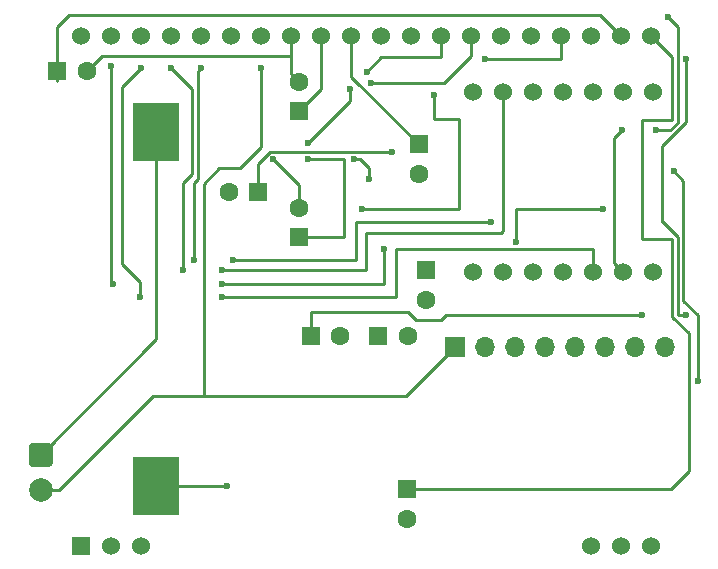
<source format=gbr>
G04 #@! TF.GenerationSoftware,KiCad,Pcbnew,(5.1.9-0-10_14)*
G04 #@! TF.CreationDate,2022-07-17T12:53:42+02:00*
G04 #@! TF.ProjectId,sandsim,73616e64-7369-46d2-9e6b-696361645f70,rev?*
G04 #@! TF.SameCoordinates,Original*
G04 #@! TF.FileFunction,Copper,L1,Top*
G04 #@! TF.FilePolarity,Positive*
%FSLAX46Y46*%
G04 Gerber Fmt 4.6, Leading zero omitted, Abs format (unit mm)*
G04 Created by KiCad (PCBNEW (5.1.9-0-10_14)) date 2022-07-17 12:53:42*
%MOMM*%
%LPD*%
G01*
G04 APERTURE LIST*
G04 #@! TA.AperFunction,ComponentPad*
%ADD10C,2.000000*%
G04 #@! TD*
G04 #@! TA.AperFunction,ComponentPad*
%ADD11C,1.600000*%
G04 #@! TD*
G04 #@! TA.AperFunction,ComponentPad*
%ADD12R,1.600000X1.600000*%
G04 #@! TD*
G04 #@! TA.AperFunction,ComponentPad*
%ADD13C,1.524000*%
G04 #@! TD*
G04 #@! TA.AperFunction,ComponentPad*
%ADD14O,1.700000X1.700000*%
G04 #@! TD*
G04 #@! TA.AperFunction,ComponentPad*
%ADD15R,1.700000X1.700000*%
G04 #@! TD*
G04 #@! TA.AperFunction,ComponentPad*
%ADD16R,1.524000X1.524000*%
G04 #@! TD*
G04 #@! TA.AperFunction,ComponentPad*
%ADD17R,4.000000X5.000000*%
G04 #@! TD*
G04 #@! TA.AperFunction,ViaPad*
%ADD18C,0.600000*%
G04 #@! TD*
G04 #@! TA.AperFunction,Conductor*
%ADD19C,0.250000*%
G04 #@! TD*
G04 APERTURE END LIST*
D10*
G04 #@! TO.P,SW1,2*
G04 #@! TO.N,Net-(SW1-Pad2)*
X52451000Y-91957000D03*
G04 #@! TO.P,SW1,1*
G04 #@! TO.N,Net-(BT1-Pad1)*
G04 #@! TA.AperFunction,ComponentPad*
G36*
G01*
X51701000Y-88027000D02*
X53201000Y-88027000D01*
G75*
G02*
X53451000Y-88277000I0J-250000D01*
G01*
X53451000Y-89777000D01*
G75*
G02*
X53201000Y-90027000I-250000J0D01*
G01*
X51701000Y-90027000D01*
G75*
G02*
X51451000Y-89777000I0J250000D01*
G01*
X51451000Y-88277000D01*
G75*
G02*
X51701000Y-88027000I250000J0D01*
G01*
G37*
G04 #@! TD.AperFunction*
G04 #@! TD*
D11*
G04 #@! TO.P,C9,2*
G04 #@! TO.N,Net-(C9-Pad2)*
X74295000Y-68112000D03*
D12*
G04 #@! TO.P,C9,1*
G04 #@! TO.N,Net-(C9-Pad1)*
X74295000Y-70612000D03*
G04 #@! TD*
D11*
G04 #@! TO.P,C8,2*
G04 #@! TO.N,Net-(C7-Pad2)*
X68366000Y-66802000D03*
D12*
G04 #@! TO.P,C8,1*
G04 #@! TO.N,Net-(C8-Pad1)*
X70866000Y-66802000D03*
G04 #@! TD*
D11*
G04 #@! TO.P,C7,2*
G04 #@! TO.N,Net-(C7-Pad2)*
X84455000Y-65238000D03*
D12*
G04 #@! TO.P,C7,1*
G04 #@! TO.N,Net-(C7-Pad1)*
X84455000Y-62738000D03*
G04 #@! TD*
D11*
G04 #@! TO.P,C6,2*
G04 #@! TO.N,Net-(BT1-Pad2)*
X83439000Y-94448000D03*
D12*
G04 #@! TO.P,C6,1*
G04 #@! TO.N,Net-(C6-Pad1)*
X83439000Y-91948000D03*
G04 #@! TD*
D11*
G04 #@! TO.P,C5,2*
G04 #@! TO.N,Net-(BT1-Pad2)*
X56348000Y-56515000D03*
D12*
G04 #@! TO.P,C5,1*
G04 #@! TO.N,Net-(C5-Pad1)*
X53848000Y-56515000D03*
G04 #@! TD*
D11*
G04 #@! TO.P,C4,2*
G04 #@! TO.N,Net-(BT1-Pad2)*
X77811000Y-78994000D03*
D12*
G04 #@! TO.P,C4,1*
G04 #@! TO.N,Net-(C4-Pad1)*
X75311000Y-78994000D03*
G04 #@! TD*
D11*
G04 #@! TO.P,C3,2*
G04 #@! TO.N,Net-(BT1-Pad2)*
X83526000Y-78994000D03*
D12*
G04 #@! TO.P,C3,1*
G04 #@! TO.N,Net-(C3-Pad1)*
X81026000Y-78994000D03*
G04 #@! TD*
D11*
G04 #@! TO.P,C2,2*
G04 #@! TO.N,Net-(BT1-Pad2)*
X85090000Y-75906000D03*
D12*
G04 #@! TO.P,C2,1*
G04 #@! TO.N,Net-(C2-Pad1)*
X85090000Y-73406000D03*
G04 #@! TD*
D11*
G04 #@! TO.P,C1,2*
G04 #@! TO.N,Net-(BT1-Pad2)*
X74295000Y-57444000D03*
D12*
G04 #@! TO.P,C1,1*
G04 #@! TO.N,Net-(C1-Pad1)*
X74295000Y-59944000D03*
G04 #@! TD*
D13*
G04 #@! TO.P,U1,1*
G04 #@! TO.N,Net-(U1-Pad1)*
X104267000Y-73533000D03*
G04 #@! TO.P,U1,2*
G04 #@! TO.N,Net-(U1-Pad2)*
X101727000Y-73533000D03*
G04 #@! TO.P,U1,3*
G04 #@! TO.N,Net-(U1-Pad3)*
X99187000Y-73533000D03*
G04 #@! TO.P,U1,4*
G04 #@! TO.N,Net-(U1-Pad4)*
X96647000Y-73533000D03*
G04 #@! TO.P,U1,5*
G04 #@! TO.N,Net-(U1-Pad5)*
X94107000Y-73533000D03*
G04 #@! TO.P,U1,6*
G04 #@! TO.N,Net-(U1-Pad6)*
X91567000Y-73533000D03*
G04 #@! TO.P,U1,7*
G04 #@! TO.N,Net-(U1-Pad7)*
X89027000Y-73533000D03*
G04 #@! TO.P,U1,8*
G04 #@! TO.N,Net-(U1-Pad8)*
X89027000Y-58293000D03*
G04 #@! TO.P,U1,9*
G04 #@! TO.N,Net-(U1-Pad9)*
X91567000Y-58293000D03*
G04 #@! TO.P,U1,10*
G04 #@! TO.N,Net-(U1-Pad10)*
X94107000Y-58293000D03*
G04 #@! TO.P,U1,11*
G04 #@! TO.N,Net-(U1-Pad11)*
X96647000Y-58293000D03*
G04 #@! TO.P,U1,12*
G04 #@! TO.N,Net-(SW1-Pad2)*
X99187000Y-58293000D03*
G04 #@! TO.P,U1,13*
G04 #@! TO.N,Net-(BT1-Pad2)*
X101727000Y-58293000D03*
G04 #@! TO.P,U1,14*
G04 #@! TO.N,Net-(U1-Pad14)*
X104267000Y-58293000D03*
G04 #@! TD*
D14*
G04 #@! TO.P,U3,8*
G04 #@! TO.N,Net-(U3-Pad8)*
X105283000Y-79883000D03*
G04 #@! TO.P,U3,7*
G04 #@! TO.N,Net-(U3-Pad7)*
X102743000Y-79883000D03*
G04 #@! TO.P,U3,6*
G04 #@! TO.N,Net-(U3-Pad6)*
X100203000Y-79883000D03*
G04 #@! TO.P,U3,5*
G04 #@! TO.N,Net-(U3-Pad5)*
X97663000Y-79883000D03*
G04 #@! TO.P,U3,4*
G04 #@! TO.N,Net-(U1-Pad5)*
X95123000Y-79883000D03*
G04 #@! TO.P,U3,3*
G04 #@! TO.N,Net-(U1-Pad6)*
X92583000Y-79883000D03*
G04 #@! TO.P,U3,2*
G04 #@! TO.N,Net-(BT1-Pad2)*
X90043000Y-79883000D03*
D15*
G04 #@! TO.P,U3,1*
G04 #@! TO.N,Net-(SW1-Pad2)*
X87503000Y-79883000D03*
G04 #@! TD*
D13*
G04 #@! TO.P,U2,40*
G04 #@! TO.N,Net-(U1-Pad2)*
X55880000Y-53594000D03*
G04 #@! TO.P,U2,39*
G04 #@! TO.N,Net-(U1-Pad4)*
X58420000Y-53594000D03*
G04 #@! TO.P,U2,38*
G04 #@! TO.N,Net-(U1-Pad3)*
X60960000Y-53594000D03*
G04 #@! TO.P,U2,37*
G04 #@! TO.N,Net-(U1-Pad9)*
X63500000Y-53594000D03*
G04 #@! TO.P,U2,36*
G04 #@! TO.N,Net-(U1-Pad11)*
X66040000Y-53594000D03*
G04 #@! TO.P,U2,35*
G04 #@! TO.N,Net-(SW1-Pad2)*
X68580000Y-53594000D03*
G04 #@! TO.P,U2,34*
X71120000Y-53594000D03*
G04 #@! TO.P,U2,33*
G04 #@! TO.N,Net-(BT1-Pad2)*
X73660000Y-53594000D03*
G04 #@! TO.P,U2,32*
G04 #@! TO.N,Net-(C1-Pad1)*
X76200000Y-53594000D03*
G04 #@! TO.P,U2,31*
G04 #@! TO.N,Net-(C7-Pad1)*
X78740000Y-53594000D03*
G04 #@! TO.P,U2,30*
G04 #@! TO.N,Net-(C7-Pad2)*
X81280000Y-53594000D03*
G04 #@! TO.P,U2,29*
G04 #@! TO.N,Net-(C8-Pad1)*
X83820000Y-53594000D03*
G04 #@! TO.P,U2,28*
G04 #@! TO.N,Net-(C9-Pad1)*
X86360000Y-53594000D03*
G04 #@! TO.P,U2,27*
G04 #@! TO.N,Net-(C9-Pad2)*
X88900000Y-53594000D03*
G04 #@! TO.P,U2,26*
G04 #@! TO.N,Net-(BT1-Pad2)*
X91440000Y-53594000D03*
G04 #@! TO.P,U2,25*
G04 #@! TO.N,Net-(C2-Pad1)*
X93980000Y-53594000D03*
G04 #@! TO.P,U2,24*
G04 #@! TO.N,Net-(C3-Pad1)*
X96520000Y-53594000D03*
G04 #@! TO.P,U2,23*
G04 #@! TO.N,Net-(C4-Pad1)*
X99060000Y-53594000D03*
G04 #@! TO.P,U2,22*
G04 #@! TO.N,Net-(C5-Pad1)*
X101600000Y-53594000D03*
G04 #@! TO.P,U2,21*
G04 #@! TO.N,Net-(C6-Pad1)*
X104140000Y-53594000D03*
G04 #@! TO.P,U2,20*
G04 #@! TO.N,N/C*
X104140000Y-96774000D03*
G04 #@! TO.P,U2,19*
X101600000Y-96774000D03*
G04 #@! TO.P,U2,18*
X99060000Y-96774000D03*
G04 #@! TO.P,U2,3*
X60960000Y-96774000D03*
G04 #@! TO.P,U2,2*
X58420000Y-96774000D03*
D16*
G04 #@! TO.P,U2,1*
X55880000Y-96774000D03*
G04 #@! TD*
D17*
G04 #@! TO.P,BT1,1*
G04 #@! TO.N,Net-(BT1-Pad1)*
X62230000Y-61694000D03*
G04 #@! TO.P,BT1,2*
G04 #@! TO.N,Net-(BT1-Pad2)*
X62230000Y-91694000D03*
G04 #@! TD*
D18*
G04 #@! TO.N,Net-(BT1-Pad2)*
X68199000Y-91694000D03*
X80264000Y-65659000D03*
X78994000Y-64008000D03*
G04 #@! TO.N,Net-(C2-Pad1)*
X92710000Y-70993000D03*
X100076000Y-68199000D03*
G04 #@! TO.N,Net-(C3-Pad1)*
X79629000Y-68199000D03*
X85725000Y-58547000D03*
X90043000Y-55499000D03*
G04 #@! TO.N,Net-(C4-Pad1)*
X107049980Y-55487980D03*
X107061000Y-77216000D03*
X103378000Y-77216000D03*
G04 #@! TO.N,Net-(C8-Pad1)*
X82169000Y-63373000D03*
G04 #@! TO.N,Net-(C9-Pad2)*
X80391000Y-57531000D03*
X72136000Y-64008000D03*
G04 #@! TO.N,Net-(C9-Pad1)*
X75057000Y-64008000D03*
X75057000Y-62611000D03*
X80073500Y-56578500D03*
X78613000Y-58039000D03*
G04 #@! TO.N,Net-(SW1-Pad2)*
X71120000Y-56261000D03*
X106045000Y-65024000D03*
X108077000Y-82804000D03*
G04 #@! TO.N,Net-(U1-Pad2)*
X101663500Y-61531500D03*
X104584500Y-61531500D03*
X105537000Y-51943000D03*
G04 #@! TO.N,Net-(U1-Pad3)*
X60960000Y-56261000D03*
X67818000Y-75692000D03*
X60833000Y-75692000D03*
G04 #@! TO.N,Net-(U1-Pad4)*
X58420000Y-56134000D03*
X81534000Y-71628000D03*
X67818000Y-74549000D03*
X58547000Y-74549000D03*
G04 #@! TO.N,Net-(U1-Pad9)*
X63500000Y-56261000D03*
X64516000Y-73406000D03*
X67818000Y-73406000D03*
G04 #@! TO.N,Net-(U1-Pad11)*
X66040000Y-56261000D03*
X65405000Y-72517000D03*
X68707000Y-72517000D03*
X90551000Y-69342000D03*
G04 #@! TD*
D19*
G04 #@! TO.N,Net-(BT1-Pad1)*
X62230000Y-79248000D02*
X52451000Y-89027000D01*
X62230000Y-61694000D02*
X62230000Y-79248000D01*
G04 #@! TO.N,Net-(BT1-Pad2)*
X62230000Y-91694000D02*
X68199000Y-91694000D01*
X68199000Y-91694000D02*
X68199000Y-91694000D01*
X73660000Y-56809000D02*
X74295000Y-57444000D01*
X56348000Y-56515000D02*
X57618000Y-55245000D01*
X57618000Y-55245000D02*
X73660000Y-55245000D01*
X73660000Y-55245000D02*
X73660000Y-56809000D01*
X73660000Y-53594000D02*
X73660000Y-55245000D01*
X80264000Y-65659000D02*
X80264000Y-64770000D01*
X80264000Y-64770000D02*
X79502000Y-64008000D01*
X79502000Y-64008000D02*
X78994000Y-64008000D01*
X78994000Y-64008000D02*
X78994000Y-64008000D01*
G04 #@! TO.N,Net-(C1-Pad1)*
X76200000Y-58039000D02*
X74295000Y-59944000D01*
X76200000Y-53594000D02*
X76200000Y-58039000D01*
G04 #@! TO.N,Net-(C2-Pad1)*
X92710000Y-70993000D02*
X92710000Y-68199000D01*
X92710000Y-68199000D02*
X100076000Y-68199000D01*
X100076000Y-68199000D02*
X100076000Y-68199000D01*
G04 #@! TO.N,Net-(C3-Pad1)*
X79629000Y-68199000D02*
X81788000Y-68199000D01*
X81788000Y-68199000D02*
X87884000Y-68199000D01*
X87884000Y-68199000D02*
X87884000Y-60579000D01*
X87884000Y-60579000D02*
X87630000Y-60579000D01*
X87630000Y-60579000D02*
X85725000Y-60579000D01*
X85725000Y-60579000D02*
X85725000Y-58547000D01*
X85725000Y-58547000D02*
X85725000Y-58547000D01*
X90043000Y-55499000D02*
X96520000Y-55499000D01*
X96520000Y-55499000D02*
X96520000Y-53594000D01*
G04 #@! TO.N,Net-(C4-Pad1)*
X107049980Y-60846840D02*
X105031820Y-62865000D01*
X107049980Y-55487980D02*
X107049980Y-60846840D01*
X105031820Y-62865000D02*
X105031820Y-69339180D01*
X106368010Y-70552600D02*
X106368010Y-77146990D01*
X105154590Y-69339180D02*
X106368010Y-70552600D01*
X105031820Y-69339180D02*
X105154590Y-69339180D01*
X106368010Y-77146990D02*
X106437020Y-77216000D01*
X106437020Y-77216000D02*
X107061000Y-77216000D01*
X107061000Y-77216000D02*
X107061000Y-77216000D01*
X103378000Y-77216000D02*
X86741000Y-77216000D01*
X86741000Y-77216000D02*
X86360000Y-77597000D01*
X86360000Y-77597000D02*
X84201000Y-77597000D01*
X84201000Y-77597000D02*
X83566000Y-76962000D01*
X83566000Y-76962000D02*
X75311000Y-76962000D01*
X75311000Y-76962000D02*
X75311000Y-78994000D01*
G04 #@! TO.N,Net-(C5-Pad1)*
X53848000Y-56515000D02*
X53848000Y-57404000D01*
X53848000Y-56515000D02*
X53848000Y-52832000D01*
X53848000Y-52832000D02*
X54864000Y-51816000D01*
X99822000Y-51816000D02*
X101600000Y-53594000D01*
X54864000Y-51816000D02*
X99822000Y-51816000D01*
G04 #@! TO.N,Net-(C6-Pad1)*
X83439000Y-91948000D02*
X105791000Y-91948000D01*
X105791000Y-91948000D02*
X107315000Y-90424000D01*
X107315000Y-81788000D02*
X107315000Y-82042000D01*
X107315000Y-90424000D02*
X107315000Y-81788000D01*
X107315000Y-78740000D02*
X107315000Y-81788000D01*
X105918000Y-77343000D02*
X107315000Y-78740000D01*
X105918000Y-70739000D02*
X105918000Y-77343000D01*
X105918000Y-60706000D02*
X103378000Y-60706000D01*
X105918000Y-55372000D02*
X105918000Y-60706000D01*
X104140000Y-53594000D02*
X105918000Y-55372000D01*
X103378000Y-60706000D02*
X103378000Y-70739000D01*
X103378000Y-70739000D02*
X104140000Y-70739000D01*
X104140000Y-70739000D02*
X105918000Y-70739000D01*
X103632000Y-70739000D02*
X104140000Y-70739000D01*
G04 #@! TO.N,Net-(C7-Pad2)*
X83947000Y-65786000D02*
X83947000Y-65786000D01*
G04 #@! TO.N,Net-(C7-Pad1)*
X78740000Y-57023000D02*
X84455000Y-62738000D01*
X78740000Y-53594000D02*
X78740000Y-57023000D01*
G04 #@! TO.N,Net-(C8-Pad1)*
X70866000Y-66802000D02*
X70866000Y-64389000D01*
X71882000Y-63373000D02*
X82169000Y-63373000D01*
X70866000Y-64389000D02*
X71882000Y-63373000D01*
G04 #@! TO.N,Net-(C9-Pad2)*
X88900000Y-53594000D02*
X88900000Y-55245000D01*
X88900000Y-55245000D02*
X86614000Y-57531000D01*
X86614000Y-57531000D02*
X80391000Y-57531000D01*
X80391000Y-57531000D02*
X80391000Y-57531000D01*
X74295000Y-68112000D02*
X74295000Y-66167000D01*
X74295000Y-66167000D02*
X72136000Y-64008000D01*
X72136000Y-64008000D02*
X72136000Y-64008000D01*
G04 #@! TO.N,Net-(C9-Pad1)*
X86360000Y-53594000D02*
X86360000Y-55372000D01*
X86360000Y-55372000D02*
X81280000Y-55372000D01*
X81280000Y-55372000D02*
X80073500Y-56578500D01*
X74295000Y-70612000D02*
X78105000Y-70612000D01*
X78105000Y-70612000D02*
X78105000Y-64008000D01*
X78105000Y-64008000D02*
X75057000Y-64008000D01*
X75057000Y-64008000D02*
X75057000Y-64008000D01*
X80073500Y-56578500D02*
X80010000Y-56642000D01*
X78613000Y-59055000D02*
X75057000Y-62611000D01*
X78613000Y-58039000D02*
X78613000Y-59055000D01*
G04 #@! TO.N,Net-(SW1-Pad2)*
X52451000Y-91957000D02*
X53957000Y-91957000D01*
X53957000Y-91957000D02*
X61914000Y-84000000D01*
X83386000Y-84000000D02*
X87503000Y-79883000D01*
X71120000Y-56261000D02*
X71120000Y-62992000D01*
X71120000Y-62992000D02*
X69342000Y-64770000D01*
X69342000Y-64770000D02*
X67564000Y-64770000D01*
X66241000Y-66093000D02*
X66241000Y-84000000D01*
X67564000Y-64770000D02*
X66241000Y-66093000D01*
X66241000Y-84000000D02*
X83386000Y-84000000D01*
X61914000Y-84000000D02*
X66241000Y-84000000D01*
X106045000Y-65024000D02*
X106818020Y-65797020D01*
X106818020Y-65797020D02*
X106818020Y-70366200D01*
X106818020Y-70366200D02*
X106818020Y-75957020D01*
X106818020Y-75957020D02*
X108077000Y-77216000D01*
X108077000Y-77216000D02*
X108077000Y-82804000D01*
X108077000Y-82804000D02*
X108077000Y-82804000D01*
G04 #@! TO.N,Net-(U1-Pad2)*
X100965001Y-72771001D02*
X100965001Y-62229999D01*
X101727000Y-73533000D02*
X100965001Y-72771001D01*
X100965001Y-62229999D02*
X101663500Y-61531500D01*
X101663500Y-61531500D02*
X101727000Y-61468000D01*
X106368010Y-60892400D02*
X106368010Y-52774010D01*
X105728910Y-61531500D02*
X106368010Y-60892400D01*
X106368010Y-52774010D02*
X105537000Y-51943000D01*
X104584500Y-61531500D02*
X105728910Y-61531500D01*
G04 #@! TO.N,Net-(U1-Pad3)*
X60960000Y-56261000D02*
X59309000Y-57912000D01*
X99187000Y-73533000D02*
X99187000Y-71628000D01*
X99187000Y-71628000D02*
X82550000Y-71628000D01*
X82550000Y-71628000D02*
X82550000Y-75692000D01*
X82550000Y-75692000D02*
X67818000Y-75692000D01*
X67818000Y-75692000D02*
X67818000Y-75692000D01*
X60833000Y-75692000D02*
X60833000Y-74422000D01*
X59309000Y-72898000D02*
X59309000Y-65532000D01*
X60833000Y-74422000D02*
X59309000Y-72898000D01*
X59309000Y-65532000D02*
X59309000Y-65786000D01*
X59309000Y-57912000D02*
X59309000Y-65532000D01*
G04 #@! TO.N,Net-(U1-Pad4)*
X81534000Y-71628000D02*
X81534000Y-74549000D01*
X81534000Y-74549000D02*
X67818000Y-74549000D01*
X67818000Y-74549000D02*
X67818000Y-74549000D01*
X58420000Y-74422000D02*
X58547000Y-74549000D01*
X58420000Y-56134000D02*
X58420000Y-74422000D01*
G04 #@! TO.N,Net-(U1-Pad9)*
X63500000Y-56261000D02*
X65278000Y-58039000D01*
X65278000Y-58039000D02*
X65278000Y-65278000D01*
X65278000Y-65278000D02*
X64516000Y-66040000D01*
X64516000Y-66040000D02*
X64516000Y-73406000D01*
X64516000Y-73406000D02*
X64516000Y-73406000D01*
X67818000Y-73406000D02*
X80010000Y-73406000D01*
X80010000Y-73406000D02*
X80010000Y-70231000D01*
X80010000Y-70231000D02*
X91440000Y-70231000D01*
X91567000Y-70104000D02*
X91567000Y-58293000D01*
X91440000Y-70231000D02*
X91567000Y-70104000D01*
G04 #@! TO.N,Net-(U1-Pad11)*
X65740001Y-56560999D02*
X65740001Y-65704999D01*
X66040000Y-56261000D02*
X65740001Y-56560999D01*
X65740001Y-65704999D02*
X65405000Y-66040000D01*
X65405000Y-66040000D02*
X65405000Y-72517000D01*
X65405000Y-72517000D02*
X65405000Y-72517000D01*
X68707000Y-72517000D02*
X79121000Y-72517000D01*
X79121000Y-72517000D02*
X79121000Y-69342000D01*
X79121000Y-69342000D02*
X90551000Y-69342000D01*
X90551000Y-69342000D02*
X90551000Y-69342000D01*
G04 #@! TD*
M02*

</source>
